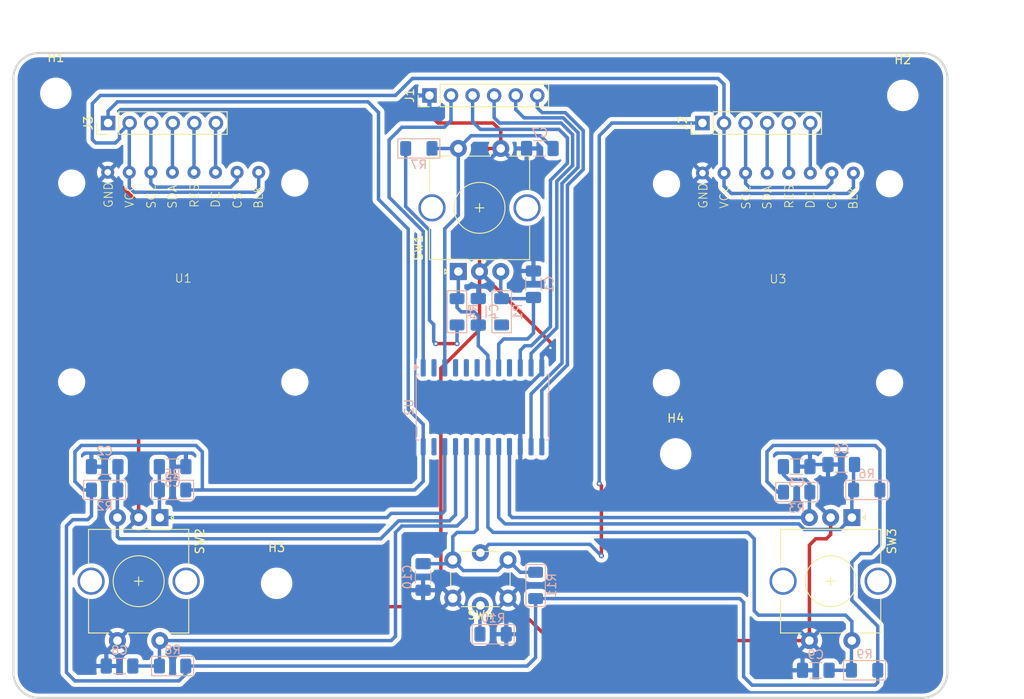
<source format=kicad_pcb>
(kicad_pcb (version 20240108) (generator "pcbnew") (generator_version "8.0")
  (layers (0 "F.Cu" signal) (31 "B.Cu" signal) (34 "B.Paste" user) (35 "F.Paste" user) (36 "B.SilkS" user "B.Silkscreen") (37 "F.SilkS" user "F.Silkscreen") (38 "B.Mask" user) (39 "F.Mask" user) (44 "Edge.Cuts" user))
  (net 0 "")
  (net 1 "ROT-1B")
  (net 2 "GND")
  (net 3 "ROT-2B")
  (net 4 "ROT-3B")
  (net 5 "ROT-1A")
  (net 6 "ROT-2A")
  (net 7 "ROT-3A")
  (net 8 "ROT-1SW")
  (net 9 "ROT-2SW")
  (net 10 "ROT-3SW")
  (net 11 "SFTSW")
  (net 12 "MPLEX-S1")
  (net 13 "MPLEX-S2")
  (net 14 "MPLEX-S3")
  (net 15 "MPLEX-S0")
  (net 16 "MPLEX-B")
  (net 17 "SPI1_TX")
  (net 18 "3V3")
  (net 19 "SPI1_CS")
  (net 20 "SPI1_SCK")
  (net 21 "SF-LED")
  (net 22 "SPI1_RX")
  (net 23 "SPI0_RX")
  (net 24 "SPI0_SCK")
  (net 25 "SPI0_CS")
  (net 26 "SPI0_TX")
  (net 27 "+5V")
  (net 28 "Net-(SW4-K)")
  (footprint "Display-oled:1.14 7789" (layer "F.Cu") (at 65.5 68.55)
    (property "Reference" "U1")
    (property "Value" "ST7789")
  )
  (footprint "Display-oled:1.14 7789" (layer "F.Cu") (at 135.545 68.636)
    (property "Reference" "U3")
    (property "Value" "ST7789")
  )
  (footprint "Rotary_Encoder:RotaryEncoder_Alps_EC11E-Switch_Vertical_H20mm_CircularMountingHoles" (layer "F.Cu") (at 144.25 96.25 -90)
    (property "Reference" "SW3")
    (property "Value" "RotaryEncoder_Switch")
  )
  (footprint "MountingHole:MountingHole_3.2mm_M3" (layer "F.Cu") (at 123.5 88.75)
    (property "Reference" "H4")
    (property "Value" "MountingHole_M3")
  )
  (footprint "Rotary_Encoder:RotaryEncoder_Alps_EC11E-Switch_Vertical_H20mm_CircularMountingHoles" (layer "F.Cu") (at 62.75 96.25 -90)
    (property "Reference" "SW2")
    (property "Value" "RotaryEncoder_Switch")
  )
  (footprint "led-switch:SW_PUSH_6mm_LED" (layer "F.Cu") (at 100.5 103.5 180)
    (property "Reference" "SW4")
    (property "Value" "SW_Push_LED")
  )
  (footprint "MountingHole:MountingHole_3.2mm_M3" (layer "F.Cu") (at 50.5 46.25)
    (property "Reference" "H1")
    (property "Value" "MountingHole_M3")
  )
  (footprint "MountingHole:MountingHole_3.2mm_M3" (layer "F.Cu") (at 150.25 46.5)
    (property "Reference" "H2")
    (property "Value" "MountingHole_M3")
  )
  (footprint "Connector_PinHeader_2.54mm:PinHeader_1x06_P2.54mm_Vertical" (layer "F.Cu") (at 126.65 49.75 90)
    (property "Reference" "J2")
    (property "Value" "Conn_B4")
  )
  (footprint "MountingHole:MountingHole_3.2mm_M3" (layer "F.Cu") (at 76.5 104)
    (property "Reference" "H3")
    (property "Value" "MountingHole_M3")
  )
  (footprint "Rotary_Encoder:RotaryEncoder_Alps_EC11E-Switch_Vertical_H20mm_CircularMountingHoles" (layer "F.Cu") (at 97.9 67.25 90)
    (property "Reference" "SW1")
    (property "Value" "RotaryEncoder_Switch")
  )
  (footprint "Connector_PinHeader_2.54mm:PinHeader_1x06_P2.54mm_Vertical" (layer "F.Cu") (at 56.65 49.75 90)
    (property "Reference" "J3")
    (property "Value" "Conn_B3")
  )
  (footprint "Connector_PinHeader_2.54mm:PinHeader_1x06_P2.54mm_Vertical" (layer "F.Cu") (at 94.5 46.5 90)
    (property "Reference" "J1")
    (property "Value" "Conn_B1")
  )
  (footprint "Capacitor_SMD:C_1206_3216Metric_Pad1.33x1.80mm_HandSolder" (layer "B.Cu") (at 143 90 180)
    (property "Reference" "C6")
    (property "Value" "1uF")
  )
  (footprint "Capacitor_SMD:C_1206_3216Metric_Pad1.33x1.80mm_HandSolder" (layer "B.Cu") (at 100.25 72 90)
    (property "Reference" "C4")
    (property "Value" "1uF")
  )
  (footprint "PCM_Resistor_SMD_AKL:R_1206_3216Metric_Pad1.30x1.75mm_HandSolder" (layer "B.Cu") (at 97.75 72 90)
    (property "Reference" "R4")
    (property "Value" "10K")
  )
  (footprint "PCM_Resistor_SMD_AKL:R_1206_3216Metric_Pad1.30x1.75mm_HandSolder" (layer "B.Cu") (at 103 72 90)
    (property "Reference" "R1")
    (property "Value" "10K")
  )
  (footprint "PCM_Resistor_SMD_AKL:R_1206_3216Metric_Pad1.30x1.75mm_HandSolder" (layer "B.Cu") (at 93.25 52.75)
    (property "Reference" "R7")
    (property "Value" "10K")
  )
  (footprint "Capacitor_SMD:C_1206_3216Metric_Pad1.33x1.80mm_HandSolder" (layer "B.Cu") (at 140 114.25 180)
    (property "Reference" "C9")
    (property "Value" "1uF")
  )
  (footprint "Capacitor_SMD:C_1206_3216Metric_Pad1.33x1.80mm_HandSolder" (layer "B.Cu") (at 106.75 68.75 90)
    (property "Reference" "C1")
    (property "Value" "1uF")
  )
  (footprint "PCM_Resistor_SMD_AKL:R_1206_3216Metric_Pad1.30x1.75mm_HandSolder" (layer "B.Cu") (at 107 104.25 90)
    (property "Reference" "R11")
    (property "Value" "10K")
  )
  (footprint "Capacitor_SMD:C_1206_3216Metric_Pad1.33x1.80mm_HandSolder" (layer "B.Cu") (at 107.5 52.75 180)
    (property "Reference" "C7")
    (property "Value" "1uF")
  )
  (footprint "Capacitor_SMD:C_1206_3216Metric_Pad1.33x1.80mm_HandSolder" (layer "B.Cu") (at 64.25 90.25)
    (property "Reference" "C5")
    (property "Value" "1uF")
  )
  (footprint "Capacitor_SMD:C_1206_3216Metric_Pad1.33x1.80mm_HandSolder" (layer "B.Cu") (at 137.75 90.25)
    (property "Reference" "C3")
    (property "Value" "1uF")
  )
  (footprint "PCM_Resistor_SMD_AKL:R_1206_3216Metric_Pad1.30x1.75mm_HandSolder" (layer "B.Cu") (at 102 110 180)
    (property "Reference" "R10")
    (property "Value" "220")
  )
  (footprint "PCM_Resistor_SMD_AKL:R_1206_3216Metric_Pad1.30x1.75mm_HandSolder" (layer "B.Cu") (at 145.75 114.25 180)
    (property "Reference" "R9")
    (property "Value" "10K")
  )
  (footprint "Package_SO:SOIC-24W_7.5x15.4mm_P1.27mm" (layer "B.Cu") (at 100.75 83.25 -90)
    (property "Reference" "U2")
    (property "Value" "CD74HC4067M")
  )
  (footprint "PCM_Resistor_SMD_AKL:R_1206_3216Metric_Pad1.30x1.75mm_HandSolder" (layer "B.Cu") (at 64.25 93 180)
    (property "Reference" "R5")
    (property "Value" "10K")
  )
  (footprint "PCM_Resistor_SMD_AKL:R_1206_3216Metric_Pad1.30x1.75mm_HandSolder" (layer "B.Cu") (at 64.25 113.75 180)
    (property "Reference" "R8")
    (property "Value" "10K")
  )
  (footprint "PCM_Resistor_SMD_AKL:R_1206_3216Metric_Pad1.30x1.75mm_HandSolder" (layer "B.Cu") (at 56.25 93)
    (property "Reference" "R2")
    (property "Value" "10K")
  )
  (footprint "PCM_Resistor_SMD_AKL:R_1206_3216Metric_Pad1.30x1.75mm_HandSolder" (layer "B.Cu") (at 137.75 93.25)
    (property "Reference" "R3")
    (property "Value" "10K")
  )
  (footprint "Capacitor_SMD:C_1206_3216Metric_Pad1.33x1.80mm_HandSolder" (layer "B.Cu") (at 93.75 103.25 -90)
    (property "Reference" "C10")
    (property "Value" "1uF")
  )
  (footprint "PCM_Resistor_SMD_AKL:R_1206_3216Metric_Pad1.30x1.75mm_HandSolder" (layer "B.Cu") (at 146 93 180)
    (property "Reference" "R6")
    (property "Value" "10K")
  )
  (footprint "Capacitor_SMD:C_1206_3216Metric_Pad1.33x1.80mm_HandSolder" (layer "B.Cu") (at 56.25 90.25 180)
    (property "Reference" "C2")
    (property "Value" "1uF")
  )
  (footprint "Capacitor_SMD:C_1206_3216Metric_Pad1.33x1.80mm_HandSolder" (layer "B.Cu") (at 58 113.75 180)
    (property "Reference" "C8")
    (property "Value" "1uF")
  )
  (gr_arc (start 152.5 41.5) (mid 154.62132 42.37868) (end 155.5 44.5) (stroke (width 0.25)) (layer "Edge.Cuts"))
  (gr_arc (start 45.5 44.5) (mid 46.37868 42.37868) (end 48.5 41.5) (stroke (width 0.25)) (layer "Edge.Cuts"))
  (gr_line (start 45.5 114.5) (end 45.5 44.5) (stroke (width 0.25)) (layer "Edge.Cuts"))
  (gr_line (start 152.5 117.5) (end 48.5 117.5) (stroke (width 0.25)) (layer "Edge.Cuts"))
  (gr_arc (start 48.5 117.5) (mid 46.37868 116.62132) (end 45.5 114.5) (stroke (width 0.25)) (layer "Edge.Cuts"))
  (gr_arc (start 155.5 114.5) (mid 154.62132 116.62132) (end 152.5 117.5) (stroke (width 0.25)) (layer "Edge.Cuts"))
  (gr_line (start 155.5 44.5) (end 155.5 114.5) (stroke (width 0.25)) (layer "Edge.Cuts"))
  (gr_line (start 48.5 41.5) (end 152.5 41.5) (stroke (width 0.25)) (layer "Edge.Cuts"))
  (segment (start 103.25 75.2025) (end 106.0475 75.2025) (width 0.4064) (layer "B.Cu") (net 1))
  (segment (start 106.75 74.5) (end 106.75 70.3125) (width 0.4064) (layer "B.Cu") (net 1))
  (segment (start 103 70.45) (end 106.6125 70.45) (width 0.4064) (layer "B.Cu") (net 1))
  (segment (start 102.655 75.7975) (end 103.25 75.2025) (width 0.4064) (layer "B.Cu") (net 1))
  (segment (start 106.0475 75.2025) (end 106.75 74.5) (width 0.4064) (layer "B.Cu") (net 1))
  (segment (start 102.655 78.6) (end 102.655 75.7975) (width 0.4064) (layer "B.Cu") (net 1))
  (segment (start 106.6125 70.45) (end 106.75 70.3125) (width 0.4064) (layer "B.Cu") (net 1))
  (segment (start 102.9 70.35) (end 103 70.45) (width 0.4064) (layer "B.Cu") (net 1))
  (segment (start 102.9 67.25) (end 102.9 70.35) (width 0.4064) (layer "B.Cu") (net 1))
  (segment (start 108.75 75.6) (end 100.4 67.25) (width 0.4064) (layer "F.Cu") (net 2))
  (segment (start 60.25 59.2) (end 56.61 55.56) (width 0.4064) (layer "F.Cu") (net 2))
  (segment (start 100.4 53.85) (end 101.5 52.75) (width 0.4064) (layer "F.Cu") (net 2))
  (segment (start 96.25 106.75) (end 61.75 106.75) (width 0.4064) (layer "F.Cu") (net 2))
  (segment (start 94.5 46.5) (end 94.5 48.75) (width 0.4064) (layer "F.Cu") (net 2))
  (segment (start 60.25 96.25) (end 60.25 59.2) (width 0.4064) (layer "F.Cu") (net 2))
  (segment (start 101.5 52.75) (end 102.9 52.75) (width 0.4064) (layer "F.Cu") (net 2))
  (segment (start 108.75 110.75) (end 103.75 105.75) (width 0.4064) (layer "F.Cu") (net 2))
  (segment (start 141.75 98.25) (end 141.75 96.25) (width 0.4064) (layer "F.Cu") (net 2))
  (segment (start 139.25 110.75) (end 139.25 99.5) (width 0.4064) (layer "F.Cu") (net 2))
  (segment (start 100.4 67.25) (end 100.4 53.85) (width 0.4064) (layer "F.Cu") (net 2))
  (segment (start 97.25 105.75) (end 96.25 106.75) (width 0.4064) (layer "F.Cu") (net 2))
  (segment (start 139.25 110.75) (end 108.75 110.75) (width 0.4064) (layer "F.Cu") (net 2))
  (segment (start 139.25 99.5) (end 140 98.75) (width 0.4064) (layer "F.Cu") (net 2))
  (segment (start 95.5 49.75) (end 102 49.75) (width 0.4064) (layer "F.Cu") (net 2))
  (segment (start 94.5 48.75) (end 95.5 49.75) (width 0.4064) (layer "F.Cu") (net 2))
  (segment (start 100.4 74.099001) (end 100.4 67.25) (width 0.4064) (layer "F.Cu") (net 2))
  (segment (start 95.8436 104.3436) (end 95.8436 78.655401) (width 0.4064) (layer "F.Cu") (net 2))
  (segment (start 97.25 105.75) (end 95.8436 104.3436) (width 0.4064) (layer "F.Cu") (net 2))
  (segment (start 95.8436 78.655401) (end 100.4 74.099001) (width 0.4064) (layer "F.Cu") (net 2))
  (segment (start 61.75 106.75) (end 57.75 110.75) (width 0.4064) (layer "F.Cu") (net 2))
  (segment (start 108.75 76.25) (end 108.75 75.6) (width 0.4064) (layer "F.Cu") (net 2))
  (segment (start 140 98.75) (end 141.25 98.75) (width 0.4064) (layer "F.Cu") (net 2))
  (segment (start 102 49.75) (end 102.9 50.65) (width 0.4064) (layer "F.Cu") (net 2))
  (segment (start 102.9 50.65) (end 102.9 52.75) (width 0.4064) (layer "F.Cu") (net 2))
  (segment (start 141.25 98.75) (end 141.75 98.25) (width 0.4064) (layer "F.Cu") (net 2))
  (via (at 108.75 76.25) (size 0.6) (drill 0.3) (layers "F.Cu" "B.Cu") (net 2))
  (segment (start 141.4375 90) (end 139.5625 90) (width 0.4064) (layer "B.Cu") (net 2))
  (segment (start 107.735 77.265) (end 108.75 76.25) (width 0.4064) (layer "B.Cu") (net 2))
  (segment (start 105.195 81.686026) (end 107.735 79.146026) (width 0.4064) (layer "B.Cu") (net 2))
  (segment (start 139.5625 90) (end 139.3125 90.25) (width 0.4064) (layer "B.Cu") (net 2))
  (segment (start 103.8 105.8) (end 103.75 105.75) (width 0.4064) (layer "B.Cu") (net 2))
  (segment (start 107.735 79.146026) (end 107.735 78.6) (width 0.4064) (layer "B.Cu") (net 2))
  (segment (start 105.195 87.9) (end 105.195 81.686026) (width 0.4064) (layer "B.Cu") (net 2))
  (segment (start 107.735 78.6) (end 107.735 77.265) (width 0.4064) (layer "B.Cu") (net 2))
  (segment (start 97.575 95.925) (end 97.575 87.9) (width 0.4064) (layer "B.Cu") (net 3))
  (segment (start 57.8125 90.25) (end 57.8125 92.9875) (width 0.4064) (layer "B.Cu") (net 3))
  (segment (start 57.75 96.25) (end 57.75 98.5) (width 0.4064) (layer "B.Cu") (net 3))
  (segment (start 90.8596 96.6404) (end 96.8596 96.6404) (width 0.4064) (layer "B.Cu") (net 3))
  (segment (start 57.75 93.05) (end 57.8 93) (width 0.4064) (layer "B.Cu") (net 3))
  (segment (start 57.75 98.5) (end 58 98.75) (width 0.4064) (layer "B.Cu") (net 3))
  (segment (start 96.8596 96.6404) (end 97.575 95.925) (width 0.4064) (layer "B.Cu") (net 3))
  (segment (start 88.75 98.75) (end 90.8596 96.6404) (width 0.4064) (layer "B.Cu") (net 3))
  (segment (start 57.75 96.25) (end 57.75 93.05) (width 0.4064) (layer "B.Cu") (net 3))
  (segment (start 58 98.75) (end 88.75 98.75) (width 0.4064) (layer "B.Cu") (net 3))
  (segment (start 57.8125 92.9875) (end 57.8 93) (width 0.4064) (layer "B.Cu") (net 3))
  (segment (start 139.25 93.3) (end 139.3 93.25) (width 0.4064) (layer "B.Cu") (net 4))
  (segment (start 136.1875 91.1875) (end 136.75 91.75) (width 0.4064) (layer "B.Cu") (net 4))
  (segment (start 139.25 96.25) (end 139.25 93.3) (width 0.4064) (layer "B.Cu") (net 4))
  (segment (start 138.75 91.75) (end 139.3 92.3) (width 0.4064) (layer "B.Cu") (net 4))
  (segment (start 136.1875 90.25) (end 136.1875 91.1875) (width 0.4064) (layer "B.Cu") (net 4))
  (segment (start 104.25 96.25) (end 103.925 95.925) (width 0.4064) (layer "B.Cu") (net 4))
  (segment (start 103.925 95.925) (end 103.925 87.9) (width 0.4064) (layer "B.Cu") (net 4))
  (segment (start 139.25 96.25) (end 104.25 96.25) (width 0.4064) (layer "B.Cu") (net 4))
  (segment (start 139.3 92.3) (end 139.3 93.25) (width 0.4064) (layer "B.Cu") (net 4))
  (segment (start 136.75 91.75) (end 138.75 91.75) (width 0.4064) (layer "B.Cu") (net 4))
  (segment (start 97.75 71.5) (end 98.25 72) (width 0.4064) (layer "B.Cu") (net 5))
  (segment (start 99.75 72) (end 100.25 72.5) (width 0.4064) (layer "B.Cu") (net 5))
  (segment (start 100.25 76) (end 100.25 73.5625) (width 0.4064) (layer "B.Cu") (net 5))
  (segment (start 97.9 70.3) (end 97.75 70.45) (width 0.4064) (layer "B.Cu") (net 5))
  (segment (start 101.385 78.6) (end 101.385 77.135) (width 0.4064) (layer "B.Cu") (net 5))
  (segment (start 97.9 67.25) (end 97.9 70.3) (width 0.4064) (layer "B.Cu") (net 5))
  (segment (start 100.25 72.5) (end 100.25 73.5625) (width 0.4064) (layer "B.Cu") (net 5))
  (segment (start 98.25 72) (end 99.75 72) (width 0.4064) (layer "B.Cu") (net 5))
  (segment (start 97.75 70.45) (end 97.75 71.5) (width 0.4064) (layer "B.Cu") (net 5))
  (segment (start 101.385 77.135) (end 100.25 76) (width 0.4064) (layer "B.Cu") (net 5))
  (segment (start 89.5 96.25) (end 62.75 96.25) (width 0.4064) (layer "B.Cu") (net 6))
  (segment (start 90 95.75) (end 89.5 96.25) (width 0.4064) (layer "B.Cu") (net 6))
  (segment (start 62.7 93) (end 62.7 96.2) (width 0.4064) (layer "B.Cu") (net 6))
  (segment (start 96.305 95.445) (end 96 95.75) (width 0.4064) (layer "B.Cu") (net 6))
  (segment (start 62.7 96.2) (end 62.75 96.25) (width 0.4064) (layer "B.Cu") (net 6))
  (segment (start 62.6875 90.25) (end 62.6875 92.9875) (width 0.4064) (layer "B.Cu") (net 6))
  (segment (start 62.6875 92.9875) (end 62.7 93) (width 0.4064) (layer "B.Cu") (net 6))
  (segment (start 96 95.75) (end 90 95.75) (width 0.4064) (layer "B.Cu") (net 6))
  (segment (start 96.305 87.9) (end 96.305 95.445) (width 0.4064) (layer "B.Cu") (net 6))
  (segment (start 138.01105 97) (end 103.405 97) (width 0.4064) (layer "B.Cu") (net 7))
  (segment (start 144.25 96.25) (end 144.25 93.2) (width 0.4064) (layer "B.Cu") (net 7))
  (segment (start 144.45 93) (end 144.45 90.1125) (width 0.4064) (layer "B.Cu") (net 7))
  (segment (start 103.405 97) (end 102.655 96.25) (width 0.4064) (layer "B.Cu") (net 7))
  (segment (start 102.655 96.25) (end 102.655 87.9) (width 0.4064) (layer "B.Cu") (net 7))
  (segment (start 144.25 93.2) (end 144.45 93) (width 0.4064) (layer "B.Cu") (net 7))
  (segment (start 138.66745 97.6564) (end 138.01105 97) (width 0.4064) (layer "B.Cu") (net 7))
  (segment (start 144.45 90.1125) (end 144.5625 90) (width 0.4064) (layer "B.Cu") (net 7))
  (segment (start 142.8436 97.6564) (end 138.66745 97.6564) (width 0.4064) (layer "B.Cu") (net 7))
  (segment (start 144.25 96.25) (end 142.8436 97.6564) (width 0.4064) (layer "B.Cu") (net 7))
  (segment (start 96.305 78.6) (end 96.305 62.195) (width 0.4064) (layer "B.Cu") (net 8))
  (segment (start 96.305 62.195) (end 97.9 60.6) (width 0.4064) (layer "B.Cu") (net 8))
  (segment (start 107.5625 51.25) (end 109.0625 52.75) (width 0.4064) (layer "B.Cu") (net 8))
  (segment (start 97.9 60.6) (end 97.9 52.75) (width 0.4064) (layer "B.Cu") (net 8))
  (segment (start 94.8 52.75) (end 97.9 52.75) (width 0.4064) (layer "B.Cu") (net 8))
  (segment (start 99.4 51.25) (end 107.5625 51.25) (width 0.4064) (layer "B.Cu") (net 8))
  (segment (start 97.9 52.75) (end 99.4 51.25) (width 0.4064) (layer "B.Cu") (net 8))
  (segment (start 62.75 110.75) (end 90 110.75) (width 0.4064) (layer "B.Cu") (net 9))
  (segment (start 91.25 97.25) (end 97.75 97.25) (width 0.4064) (layer "B.Cu") (net 9))
  (segment (start 90 110.75) (end 90.5 110.25) (width 0.4064) (layer "B.Cu") (net 9))
  (segment (start 90.5 98) (end 91.25 97.25) (width 0.4064) (layer "B.Cu") (net 9))
  (segment (start 62.7 110.8) (end 62.75 110.75) (width 0.4064) (layer "B.Cu") (net 9))
  (segment (start 90.5 110.25) (end 90.5 98) (width 0.4064) (layer "B.Cu") (net 9))
  (segment (start 97.75 97.25) (end 98.845 96.155) (width 0.4064) (layer "B.Cu") (net 9))
  (segment (start 62.7 113.75) (end 62.7 110.8) (width 0.4064) (layer "B.Cu") (net 9))
  (segment (start 98.845 96.155) (end 98.845 87.9) (width 0.4064) (layer "B.Cu") (net 9))
  (segment (start 59.5625 113.75) (end 62.7 113.75) (width 0.4064) (layer "B.Cu") (net 9))
  (segment (start 143.5 107.75) (end 144.25 108.5) (width 0.4064) (layer "B.Cu") (net 10))
  (segment (start 133.25 107.75) (end 143.5 107.75) (width 0.4064) (layer "B.Cu") (net 10))
  (segment (start 132.75 107.25) (end 133.25 107.75) (width 0.4064) (layer "B.Cu") (net 10))
  (segment (start 144.2 110.8) (end 144.25 110.75) (width 0.4064) (layer "B.Cu") (net 10))
  (segment (start 132 98) (end 132.75 98.75) (width 0.4064) (layer "B.Cu") (net 10))
  (segment (start 132.75 98.75) (end 132.75 107.25) (width 0.4064) (layer "B.Cu") (net 10))
  (segment (start 144.2 114.25) (end 144.2 110.8) (width 0.4064) (layer "B.Cu") (net 10))
  (segment (start 101.385 87.9) (end 101.385 97.385) (width 0.4064) (layer "B.Cu") (net 10))
  (segment (start 144.25 108.5) (end 144.25 110.75) (width 0.4064) (layer "B.Cu") (net 10))
  (segment (start 141.5625 114.25) (end 144.2 114.25) (width 0.4064) (layer "B.Cu") (net 10))
  (segment (start 101.385 97.385) (end 102 98) (width 0.4064) (layer "B.Cu") (net 10))
  (segment (start 102 98) (end 132 98) (width 0.4064) (layer "B.Cu") (net 10))
  (segment (start 93.75 101.6875) (end 96.8125 101.6875) (width 0.4064) (layer "B.Cu") (net 11))
  (segment (start 97.25 98.5) (end 97.25 101.25) (width 0.4064) (layer "B.Cu") (net 11))
  (segment (start 105.2 102.7) (end 103.75 101.25) (width 0.4064) (layer "B.Cu") (net 11))
  (segment (start 100.115 97.635) (end 99.75 98) (width 0.4064) (layer "B.Cu") (net 11))
  (segment (start 99.75 98) (end 97.75 98) (width 0.4064) (layer "B.Cu") (net 11))
  (segment (start 100.115 87.9) (end 100.115 97.635) (width 0.4064) (layer "B.Cu") (net 11))
  (segment (start 102.5 102.5) (end 103.75 101.25) (width 0.4064) (layer "B.Cu") (net 11))
  (segment (start 98.5 102.5) (end 102.5 102.5) (width 0.4064) (layer "B.Cu") (net 11))
  (segment (start 107 102.7) (end 105.2 102.7) (width 0.4064) (layer "B.Cu") (net 11))
  (segment (start 96.8125 101.6875) (end 97.25 101.25) (width 0.4064) (layer "B.Cu") (net 11))
  (segment (start 97.75 98) (end 97.25 98.5) (width 0.4064) (layer "B.Cu") (net 11))
  (segment (start 97.25 101.25) (end 98.5 102.5) (width 0.4064) (layer "B.Cu") (net 11))
  (segment (start 111.3596 54.752504) (end 109.5 56.612104) (width 0.4064) (layer "B.Cu") (net 12))
  (segment (start 109.5 73.891774) (end 106.465 76.926774) (width 0.4064) (layer "B.Cu") (net 12))
  (segment (start 102.12 49.12) (end 102.75 49.75) (width 0.4064) (layer "B.Cu") (net 12))
  (segment (start 110 49.75) (end 111.3596 51.1096) (width 0.4064) (layer "B.Cu") (net 12))
  (segment (start 102.75 49.75) (end 110 49.75) (width 0.4064) (layer "B.Cu") (net 12))
  (segment (start 109.5 56.612104) (end 109.5 73.891774) (width 0.4064) (layer "B.Cu") (net 12))
  (segment (start 106.465 76.926774) (end 106.465 78.6) (width 0.4064) (layer "B.Cu") (net 12))
  (segment (start 102.12 46.5) (end 102.12 49.12) (width 0.4064) (layer "B.Cu") (net 12))
  (segment (start 111.3596 51.1096) (end 111.3596 54.752504) (width 0.4064) (layer "B.Cu") (net 12))
  (segment (start 106.465 87.9) (end 106.465 81.686026) (width 0.4064) (layer "B.Cu") (net 13))
  (segment (start 106.465 81.686026) (end 110.1096 78.041426) (width 0.4064) (layer "B.Cu") (net 13))
  (segment (start 112 50.887896) (end 110.6096 49.497495) (width 0.4064) (layer "B.Cu") (net 13))
  (segment (start 105.6404 49.1404) (end 104.66 48.16) (width 0.4064) (layer "B.Cu") (net 13))
  (segment (start 110.6096 49.497495) (end 110.252505 49.1404) (width 0.4064) (layer "B.Cu") (net 13))
  (segment (start 112 54.974208) (end 112 50.887896) (width 0.4064) (layer "B.Cu") (net 13))
  (segment (start 110.252505 49.1404) (end 105.6404 49.1404) (width 0.4064) (layer "B.Cu") (net 13))
  (segment (start 110.1096 56.864608) (end 112 54.974208) (width 0.4064) (layer "B.Cu") (net 13))
  (segment (start 104.66 48.16) (end 104.66 46.5) (width 0.4064) (layer "B.Cu") (net 13))
  (segment (start 110.1096 78.041426) (end 110.1096 56.864608) (width 0.4064) (layer "B.Cu") (net 13))
  (segment (start 107.7808 48.5308) (end 107.2 47.95) (width 0.4064) (layer "B.Cu") (net 14))
  (segment (start 112.6096 55.226713) (end 112.6096 50.635392) (width 0.4064) (layer "B.Cu") (net 14))
  (segment (start 107.735 81.27813) (end 110.75 78.26313) (width 0.4064) (layer "B.Cu") (net 14))
  (segment (start 110.75 57.086312) (end 111.668156 56.168156) (width 0.4064) (layer "B.Cu") (net 14))
  (segment (start 112.6096 50.635392) (end 112.237104 50.262896) (width 0.4064) (layer "B.Cu") (net 14))
  (segment (start 107.735 87.9) (end 107.735 81.27813) (width 0.4064) (layer "B.Cu") (net 14))
  (segment (start 111.668157 56.168156) (end 112.6096 55.226713) (width 0.4064) (layer "B.Cu") (net 14))
  (segment (start 111.668156 56.168156) (end 111.668157 56.168156) (width 0.4064) (layer "B.Cu") (net 14))
  (segment (start 107.2 47.95) (end 107.2 46.5) (width 0.4064) (layer "B.Cu") (net 14))
  (segment (start 110.75 78.26313) (end 110.75 57.086312) (width 0.4064) (layer "B.Cu") (net 14))
  (segment (start 112.237104 50.262894) (end 110.50501 48.5308) (width 0.4064) (layer "B.Cu") (net 14))
  (segment (start 112.237104 50.262896) (end 112.237104 50.262894) (width 0.4064) (layer "B.Cu") (net 14))
  (segment (start 110.50501 48.5308) (end 107.7808 48.5308) (width 0.4064) (layer "B.Cu") (net 14))
  (segment (start 100.5 50.5) (end 109.75 50.5) (width 0.4064) (layer "B.Cu") (net 15))
  (segment (start 110.75 54.5) (end 108.75 56.5) (width 0.4064) (layer "B.Cu") (net 15))
  (segment (start 109.75 50.5) (end 110.75 51.5) (width 0.4064) (layer "B.Cu") (net 15))
  (segment (start 105.195 76.555) (end 105.195 78.6) (width 0.4064) (layer "B.Cu") (net 15))
  (segment (start 106.5 76) (end 105.75 76) (width 0.4064) (layer "B.Cu") (net 15))
  (segment (start 110.75 51.5) (end 110.75 54.5) (width 0.4064) (layer "B.Cu") (net 15))
  (segment (start 99.58 49.58) (end 100.5 50.5) (width 0.4064) (layer "B.Cu") (net 15))
  (segment (start 105.75 76) (end 105.195 76.555) (width 0.4064) (layer "B.Cu") (net 15))
  (segment (start 108.75 73.75) (end 106.5 76) (width 0.4064) (layer "B.Cu") (net 15))
  (segment (start 99.58 46.5) (end 99.58 49.58) (width 0.4064) (layer "B.Cu") (net 15))
  (segment (start 108.75 56.5) (end 108.75 73.75) (width 0.4064) (layer "B.Cu") (net 15))
  (segment (start 89.75 58.5) (end 89.75 51.75) (width 0.4064) (layer "B.Cu") (net 16))
  (segment (start 91.25 50.25) (end 96.25 50.25) (width 0.4064) (layer "B.Cu") (net 16))
  (segment (start 93.765 62.515) (end 89.75 58.5) (width 0.4064) (layer "B.Cu") (net 16))
  (segment (start 93.765 78.6) (end 93.765 62.515) (width 0.4064) (layer "B.Cu") (net 16))
  (segment (start 96.25 50.25) (end 97.04 49.46) (width 0.4064) (layer "B.Cu") (net 16))
  (segment (start 89.75 51.75) (end 91.25 50.25) (width 0.4064) (layer "B.Cu") (net 16))
  (segment (start 97.04 49.46) (end 97.04 46.5) (width 0.4064) (layer "B.Cu") (net 16))
  (segment (start 134.27 49.75) (end 134.27 49.82) (width 0.4064) (layer "B.Cu") (net 17))
  (segment (start 134.27 49.82) (end 134.275 49.825) (width 0.4064) (layer "B.Cu") (net 17))
  (segment (start 134.275 49.825) (end 134.275 55.646) (width 0.4064) (layer "B.Cu") (net 17))
  (segment (start 134.264676 49.755324) (end 134.27 49.75) (width 0.4064) (layer "B.Cu") (net 17))
  (segment (start 74.39 57.41) (end 74.39 55.56) (width 0.4064) (layer "B.Cu") (net 18))
  (segment (start 130.05 58.05) (end 129.195 57.195) (width 0.4064) (layer "B.Cu") (net 18))
  (segment (start 129.19 45.19) (end 128.5 44.5) (width 0.4064) (layer "B.Cu") (net 18))
  (segment (start 59.15 55.56) (end 59.15 49.79) (width 0.4064) (layer "B.Cu") (net 18))
  (segment (start 129.195 55.646) (end 129.195 49.755) (width 0.4064) (layer "B.Cu") (net 18))
  (segment (start 129.195 57.195) (end 129.195 55.646) (width 0.4064) (layer "B.Cu") (net 18))
  (segment (start 54.8 51.7) (end 55.2 52.1) (width 0.4064) (layer "B.Cu") (net 18))
  (segment (start 54.8 47.45) (end 54.8 51.7) (width 0.4064) (layer "B.Cu") (net 18))
  (segment (start 90.5 46.5) (end 55.75 46.5) (width 0.4064) (layer "B.Cu") (net 18))
  (segment (start 55.75 46.5) (end 54.8 47.45) (width 0.4064) (layer "B.Cu") (net 18))
  (segment (start 144.435 57.365) (end 143.75 58.05) (width 0.4064) (layer "B.Cu") (net 18))
  (segment (start 58 50.94) (end 59.19 49.75) (width 0.4064) (layer "B.Cu") (net 18))
  (segment (start 92.5 44.5) (end 90.5 46.5) (width 0.4064) (layer "B.Cu") (net 18))
  (segment (start 129.19 49.75) (end 129.19 45.19) (width 0.4064) (layer "B.Cu") (net 18))
  (segment (start 144.435 55.646) (end 144.435 57.365) (width 0.4064) (layer "B.Cu") (net 18))
  (segment (start 73.8904 57.9096) (end 74.39 57.41) (width 0.4064) (layer "B.Cu") (net 18))
  (segment (start 129.195 49.755) (end 129.19 49.75) (width 0.4064) (layer "B.Cu") (net 18))
  (segment (start 58 51.6) (end 58 50.94) (width 0.4064) (layer "B.Cu") (net 18))
  (segment (start 59.7096 57.9096) (end 73.8904 57.9096) (width 0.4064) (layer "B.Cu") (net 18))
  (segment (start 128.5 44.5) (end 92.5 44.5) (width 0.4064) (layer "B.Cu") (net 18))
  (segment (start 143.75 58.05) (end 130.05 58.05) (width 0.4064) (layer "B.Cu") (net 18))
  (segment (start 59.15 55.56) (end 59.15 57.35) (width 0.4064) (layer "B.Cu") (net 18))
  (segment (start 57.5 52.1) (end 58 51.6) (width 0.4064) (layer "B.Cu") (net 18))
  (segment (start 59.15 57.35) (end 59.7096 57.9096) (width 0.4064) (layer "B.Cu") (net 18))
  (segment (start 59.15 49.79) (end 59.19 49.75) (width 0.4064) (layer "B.Cu") (net 18))
  (segment (start 55.2 52.1) (end 57.5 52.1) (width 0.4064) (layer "B.Cu") (net 18))
  (segment (start 139.355 50.055) (end 139.355 55.646) (width 0.4064) (layer "B.Cu") (net 19))
  (segment (start 139.35 50.05) (end 139.355 50.055) (width 0.4064) (layer "B.Cu") (net 19))
  (segment (start 139.35 49.75) (end 139.35 50.05) (width 0.4064) (layer "B.Cu") (net 19))
  (segment (start 139.344676 49.755324) (end 139.35 49.75) (width 0.4064) (layer "B.Cu") (net 19))
  (segment (start 141.895 56.755) (end 141.3 57.35) (width 0.4064) (layer "B.Cu") (net 20))
  (segment (start 131.735 56.885) (end 131.735 55.646) (width 0.4064) (layer "B.Cu") (net 20))
  (segment (start 131.735 49.755) (end 131.73 49.75) (width 0.4064) (layer "B.Cu") (net 20))
  (segment (start 141.895 55.646) (end 141.895 56.755) (width 0.4064) (layer "B.Cu") (net 20))
  (segment (start 141.3 57.35) (end 132.2 57.35) (width 0.4064) (layer "B.Cu") (net 20))
  (segment (start 131.735 55.646) (end 131.735 49.755) (width 0.4064) (layer "B.Cu") (net 20))
  (segment (start 132.2 57.35) (end 131.735 56.885) (width 0.4064) (layer "B.Cu") (net 20))
  (segment (start 114.75 100.75) (end 114.75 92.5) (width 0.4064) (layer "F.Cu") (net 21))
  (segment (start 114.75 92.5) (end 114.5 92.25) (width 0.4064) (layer "F.Cu") (net 21))
  (via (at 114.75 100.75) (size 0.6) (drill 0.3) (layers "F.Cu" "B.Cu") (net 21))
  (via (at 114.5 92.25) (size 0.6) (drill 0.3) (layers "F.Cu" "B.Cu") (net 21))
  (segment (start 101.5 99.4) (end 113.4 99.4) (width 0.4064) (layer "B.Cu") (net 21))
  (segment (start 116 49.75) (end 126.65 49.75) (width 0.4064) (layer "B.Cu") (net 21))
  (segment (start 114.5 92.25) (end 114.5 51.25) (width 0.4064) (layer "B.Cu") (net 21))
  (segment (start 100.5 100.4) (end 101.5 99.4) (width 0.4064) (layer "B.Cu") (net 21))
  (segment (start 113.4 99.4) (end 114.75 100.75) (width 0.4064) (layer "B.Cu") (net 21))
  (segment (start 114.5 51.25) (end 116 49.75) (width 0.4064) (layer "B.Cu") (net 21))
  (segment (start 136.815 55.646) (end 136.815 49.755) (width 0.4064) (layer "B.Cu") (net 22))
  (segment (start 136.815 49.755) (end 136.81 49.75) (width 0.4064) (layer "B.Cu") (net 22))
  (segment (start 66.77 49.79) (end 66.81 49.75) (width 0.4064) (layer "B.Cu") (net 23))
  (segment (start 66.77 55.56) (end 66.77 49.79) (width 0.4064) (layer "B.Cu") (net 23))
  (segment (start 61.69 49.79) (end 61.73 49.75) (width 0.4064) (layer "B.Cu") (net 24))
  (segment (start 71.1 57.3) (end 71.85 56.55) (width 0.4064) (layer "B.Cu") (net 24))
  (segment (start 62.1 57.3) (end 71.1 57.3) (width 0.4064) (layer "B.Cu") (net 24))
  (segment (start 71.85 56.55) (end 71.85 55.56) (width 0.4064) (layer "B.Cu") (net 24))
  (segment (start 61.69 56.89) (end 62.1 57.3) (width 0.4064) (layer "B.Cu") (net 24))
  (segment (start 61.69 55.56) (end 61.69 49.79) (width 0.4064) (layer "B.Cu") (net 24))
  (segment (start 61.69 55.56) (end 61.69 56.89) (width 0.4064) (layer "B.Cu") (net 24))
  (segment (start 69.31 49.79) (end 69.35 49.75) (width 0.4064) (layer "B.Cu") (net 25))
  (segment (start 69.31 55.56) (end 69.31 49.79) (width 0.4064) (layer "B.Cu") (net 25))
  (segment (start 64.23 55.56) (end 64.23 49.79) (width 0.4064) (layer "B.Cu") (net 26))
  (segment (start 64.23 49.79) (end 64.27 49.75) (width 0.4064) (layer "B.Cu") (net 26))
  (segment (start 97.75 75.75) (end 95.25 75.75) (width 0.4064) (layer "F.Cu") (net 27))
  (via (at 97.75 75.75) (size 0.6) (drill 0.3) (layers "F.Cu" "B.Cu") (net 27))
  (via (at 95.25 75.75) (size 0.6) (drill 0.3) (layers "F.Cu" "B.Cu") (net 27))
  (segment (start 65.8 113.75) (end 106 113.75) (width 0.4064) (layer "B.Cu") (net 27))
  (segment (start 87.25 47.25) (end 88.5 48.5) (width 0.4064) (layer "B.Cu") (net 27))
  (segment (start 51.75 114.5) (end 51.75 97.25) (width 0.4064) (layer "B.Cu") (net 27))
  (segment (start 67.75 88.5) (end 67.75 93) (width 0.4064) (layer "B.Cu") (net 27))
  (segment (start 52.75 88.5) (end 53.5 87.75) (width 0.4064) (layer "B.Cu") (net 27))
  (segment (start 135 87.75) (end 134.25 88.5) (width 0.4064) (layer "B.Cu") (net 27))
  (segment (start 147 116) (end 132.5 116) (width 0.4064) (layer "B.Cu") (net 27))
  (segment (start 131.5 115) (end 131.5 106.25) (width 0.4064) (layer "B.Cu") (net 27))
  (segment (start 53.75 93) (end 52.75 92) (width 0.4064) (layer "B.Cu") (net 27))
  (segment (start 56.65 48.35) (end 57.75 47.25) (width 0.4064) (layer "B.Cu") (net 27))
  (segment (start 144.25 106) (end 144.25 101.5) (width 0.4064) (layer "B.Cu") (net 27))
  (segment (start 95 73.5) (end 95 75.5) (width 0.4064) (layer "B.Cu") (net 27))
  (segment (start 147.3 114.25) (end 147.3 109.05) (width 0.4064) (layer "B.Cu") (net 27))
  (segment (start 92.75 93) (end 67.75 93) (width 0.4064) (layer "B.Cu") (net 27))
  (segment (start 144.25 101.5) (end 145.25 100.5) (width 0.4064) (layer "B.Cu") (net 27))
  (segment (start 106 113.75) (end 107 112.75) (width 0.4064) (layer "B.Cu") (net 27))
  (segment (start 147.55 99.45) (end 147.55 93) (width 0.4064) (layer "B.Cu") (net 27))
  (segment (start 67 87.75) (end 67.75 88.5) (width 0.4064) (layer "B.Cu") (net 27))
  (segment (start 92 62.25) (end 92 83.5) (width 0.4064) (layer "B.Cu") (net 27))
  (segment (start 65 115.5) (end 52.75 115.5) (width 0.4064) (layer "B.Cu") (net 27))
  (segment (start 147.3 114.25) (end 147.3 115.7) (width 0.4064) (layer "B.Cu") (net 27))
  (segment (start 134.25 88.5) (end 134.25 92) (width 0.4064) (layer "B.Cu") (net 27))
  (segment (start 135.5 93.25) (end 136.2 93.25) (width 0.4064) (layer "B.Cu") (net 27))
  (segment (start 91.7 59.587896) (end 94.5 62.387896) (width 0.4064) (layer "B.Cu") (net 27))
  (segment (start 147.3 109.05) (end 144.25 106) (width 0.4064) (layer "B.Cu") (net 27))
  (segment (start 134.25 92) (end 135.5 93.25) (width 0.4064) (layer "B.Cu") (net 27))
  (segment (start 88.5 58.75) (end 92 62.25) (width 0.4064) (layer "B.Cu") (net 27))
  (segment (start 57.75 47.25) (end 87.25 47.25) (width 0.4064) (layer "B.Cu") (net 27))
  (segment (start 51.75 97.25) (end 52.5 96.5) (width 0.4064) (layer "B.Cu") (net 27))
  (segment (start 146.5 100.5) (end 147.55 99.45) (width 0.4064) (layer "B.Cu") (net 27))
  (segment (start 67.75 93) (end 65.8 93) (width 0.4064) (layer "B.Cu") (net 27))
  (segment (start 91.7 52.75) (end 91.7 59.587896) (width 0.4064) (layer "B.Cu") (net 27))
  (segment (start 65.8 114.7) (end 65 115.5) (width 0.4064) (layer "B.Cu") (net 27))
  (segment (start 147.55 93) (end 147.55 88.3) (width 0.4064) (layer "B.Cu") (net 27))
  (segment (start 56.65 49.75) (end 56.65 48.35) (width 0.4064) (layer "B.Cu") (net 27))
  (segment (start 52.75 115.5) (end 51.75 114.5) (width 0.4064) (layer "B.Cu") (net 27))
  (segment (start 93.765 87.9) (end 93.765 91.985) (width 0.4064) (layer "B.Cu") (net 27))
  (segment (start 54.25 96.5) (end 54.7 96.05) (width 0.4064) (layer "B.Cu") (net 27))
  (segment (start 94.5 62.387896) (end 94.5 73) (width 0.4064) (layer "B.Cu") (net 27))
  (segment (start 107 105.8) (end 131.05 105.8) (width 0.4064) (layer "B.Cu") (net 27))
  (segment (start 147 87.75) (end 135 87.75) (width 0.4064) (layer "B.Cu") (net 27))
  (segment (start 52.75 92) (end 52.75 88.5) (width 0.4064) (layer "B.Cu") (net 27))
  (segment (start 147.3 115.7) (end 147 116) (width 0.4064) (layer "B.Cu") (net 27))
  (segment (start 132.5 116) (end 131.5 115) (width 0.4064) (layer "B.Cu") (net 27))
  (segment (start 92 83.5) (end 93.765 85.265) (width 0.4064) (layer "B.Cu") (net 27))
  (segment (start 94.5 73) (end 95 73.5) (width 0.4064) (layer "B.Cu") (net 27))
  (segment (start 145.25 100.5) (end 146.5 100.5) (width 0.4064) (layer "B.Cu") (net 27))
  (segment (start 95 75.5) (end 95.25 75.75) (width 0.4064) (layer "B.Cu") (net 27))
  (segment (start 53.5 87.75) (end 67 87.75) (width 0.4064) (layer "B.Cu") (net 27))
  (segment (start 97.75 73.55) (end 97.75 75.75) (width 0.4064) (layer "B.Cu") (net 27))
  (segment (start 54.7 93) (end 53.75 93) (width 0.4064) (layer "B.Cu") (net 27))
  (segment (start 54.7 96.05) (end 54.7 93) (width 0.4064) (layer "B.Cu") (net 27))
  (segment (start 93.765 91.985) (end 92.75 93) (width 0.4064) (layer "B.Cu") (net 27))
  (segment (start 107 112.75) (end 107 105.8) (width 0.4064) (layer "B.Cu") (net 27))
  (segment (start 147.55 88.3) (end 147 87.75) (width 0.4064) (layer "B.Cu") (net 27))
  (segment (start 131.05 105.8) (end 131.5 106.25) (width 0.4064) (layer "B.Cu") (net 27))
  (segment (start 88.5 48.5) (end 88.5 58.75) (width 0.4064) (layer "B.Cu") (net 27))
  (segment (start 65.8 113.75) (end 65.8 114.7) (width 0.4064) (layer "B.Cu") (net 27))
  (segment (start 93.765 85.265) (end 93.765 87.9) (width 0.4064) (layer "B.Cu") (net 27))
  (segment (start 52.5 96.5) (end 54.25 96.5) (width 0.4064) (layer "B.Cu") (net 27))
  (segment (start 100.45 110) (end 100.45 106.65) (width 0.4064) (layer "B.Cu") (net 28))
  (segment (start 100.45 106.65) (end 100.5 106.6) (width 0.4064) (layer "B.Cu") (net 28))
  (zone (net 2) (net_name "GND") (layer "B.Cu") (connect_pads (clearance 0.5)) (min_thickness 0.25) (fill yes (thermal_gap 0.5) (thermal_bridge_width 0.5))
    (polygon (pts (xy 45.5 41.5) (xy 155.5 41.5) (xy 155.5 117.5) (xy 45.5 117.5)))
  )
)
</source>
